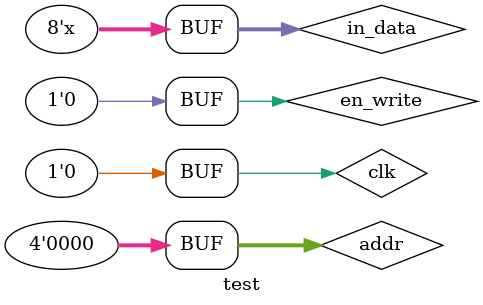
<source format=v>

module Mem4x8(
    input wire clk,
    input wire en_write,
    input wire [3:0] addr,
    input wire [7:0] in_data,
    output reg [7:0] out_data
);

    reg [7:0] mem [3:0];

    // Escreve na memória na posição especificada por 'addr' na subida do clock
    always @(posedge clk) begin
        if (en_write) begin
            mem[addr] <= in_data; 
        end
    end

    // Lê o dado da posição de memória na descida do clock
    always @(negedge clk) begin
        out_data <= mem[addr];  
    end

endmodule

module test;
    reg clk, en_write;
    reg [3:0] addr;
    reg [7:0] in_data;
    wire [7:0] result;

    Mem4x8 mem_inst (clk, en_write, addr, in_data, result); 

    initial begin
        $display("Guia_1204.v - Ana Clara Lonczynski");
        $display("==================================");
        $display("Memory Test");

        $monitor ("%4d %4d %4d %8b | %8b", clk, en_write, addr, in_data, result);
        clk = 1'b1;
        en_write = 1'b1;
        addr = 4'b0000;
        in_data = 8'b10010100; 

          // Teste de escrita e leitura
        #10 clk = 1'b0; en_write = 1'b1; addr = 4'b0000; in_data = 8'bxxxxxxxx;  
        #10 clk = 1'b1; en_write = 1'b1; addr = 4'b0001; in_data = 8'b11110000;  
        #10 clk = 1'b0; en_write = 1'b0; addr = 4'b0001; in_data = 8'bxxxxxxxx;
        #10 clk = 1'b1; en_write = 1'b1; addr = 4'b0010; in_data = 8'b10101010;
        #10 clk = 1'b0; en_write = 1'b0; addr = 4'b0010; in_data = 8'bxxxxxxxx;
        #10 clk = 1'b1; en_write = 1'b1; addr = 4'b0011; in_data = 8'b10000011;
        #10 clk = 1'b0; en_write = 1'b0; addr = 4'b0011; in_data = 8'bxxxxxxxx;
        #10 clk = 1'b1;
        #10 clk = 1'b0; en_write = 1'b0; addr = 4'b0000; in_data = 8'bxxxxxxxx; 
    end
endmodule
</source>
